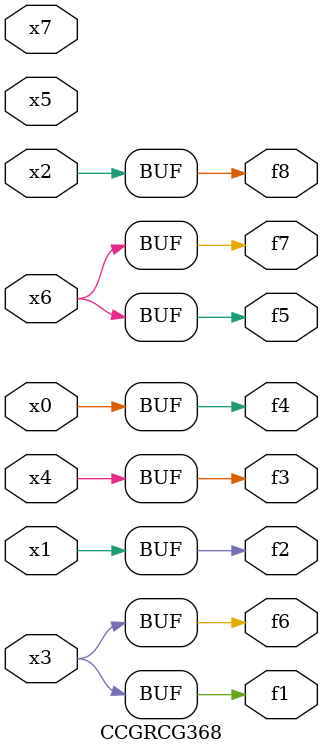
<source format=v>
module CCGRCG368(
	input x0, x1, x2, x3, x4, x5, x6, x7,
	output f1, f2, f3, f4, f5, f6, f7, f8
);
	assign f1 = x3;
	assign f2 = x1;
	assign f3 = x4;
	assign f4 = x0;
	assign f5 = x6;
	assign f6 = x3;
	assign f7 = x6;
	assign f8 = x2;
endmodule

</source>
